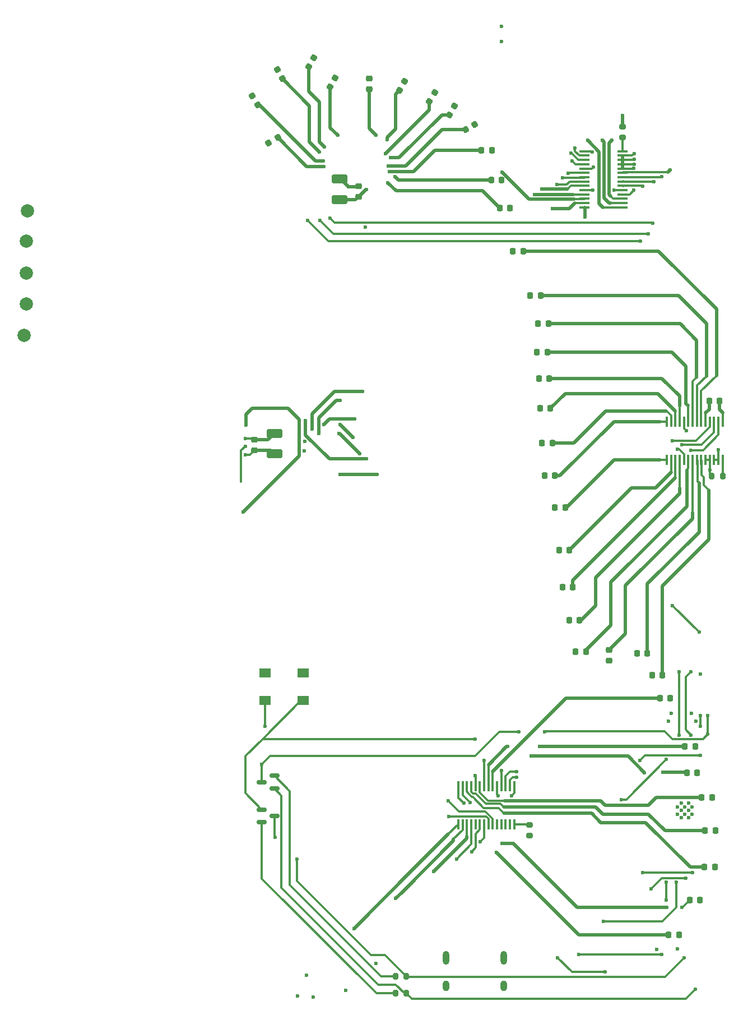
<source format=gbr>
%TF.GenerationSoftware,KiCad,Pcbnew,9.0.0*%
%TF.CreationDate,2025-04-18T09:14:46-04:00*%
%TF.ProjectId,where_is_my_ion,77686572-655f-4697-935f-6d795f696f6e,rev?*%
%TF.SameCoordinates,Original*%
%TF.FileFunction,Copper,L4,Bot*%
%TF.FilePolarity,Positive*%
%FSLAX46Y46*%
G04 Gerber Fmt 4.6, Leading zero omitted, Abs format (unit mm)*
G04 Created by KiCad (PCBNEW 9.0.0) date 2025-04-18 09:14:46*
%MOMM*%
%LPD*%
G01*
G04 APERTURE LIST*
G04 Aperture macros list*
%AMRoundRect*
0 Rectangle with rounded corners*
0 $1 Rounding radius*
0 $2 $3 $4 $5 $6 $7 $8 $9 X,Y pos of 4 corners*
0 Add a 4 corners polygon primitive as box body*
4,1,4,$2,$3,$4,$5,$6,$7,$8,$9,$2,$3,0*
0 Add four circle primitives for the rounded corners*
1,1,$1+$1,$2,$3*
1,1,$1+$1,$4,$5*
1,1,$1+$1,$6,$7*
1,1,$1+$1,$8,$9*
0 Add four rect primitives between the rounded corners*
20,1,$1+$1,$2,$3,$4,$5,0*
20,1,$1+$1,$4,$5,$6,$7,0*
20,1,$1+$1,$6,$7,$8,$9,0*
20,1,$1+$1,$8,$9,$2,$3,0*%
G04 Aperture macros list end*
%TA.AperFunction,HeatsinkPad*%
%ADD10O,1.000000X2.100000*%
%TD*%
%TA.AperFunction,HeatsinkPad*%
%ADD11O,1.000000X1.600000*%
%TD*%
%TA.AperFunction,HeatsinkPad*%
%ADD12C,0.600000*%
%TD*%
%TA.AperFunction,SMDPad,CuDef*%
%ADD13RoundRect,0.218750X-0.218750X-0.256250X0.218750X-0.256250X0.218750X0.256250X-0.218750X0.256250X0*%
%TD*%
%TA.AperFunction,SMDPad,CuDef*%
%ADD14RoundRect,0.218750X0.218750X0.256250X-0.218750X0.256250X-0.218750X-0.256250X0.218750X-0.256250X0*%
%TD*%
%TA.AperFunction,SMDPad,CuDef*%
%ADD15R,1.800000X1.350000*%
%TD*%
%TA.AperFunction,SMDPad,CuDef*%
%ADD16RoundRect,0.051250X0.153750X-0.733750X0.153750X0.733750X-0.153750X0.733750X-0.153750X-0.733750X0*%
%TD*%
%TA.AperFunction,SMDPad,CuDef*%
%ADD17RoundRect,0.218750X0.331294X-0.061318X0.112544X0.317568X-0.331294X0.061318X-0.112544X-0.317568X0*%
%TD*%
%TA.AperFunction,SMDPad,CuDef*%
%ADD18C,2.000000*%
%TD*%
%TA.AperFunction,SMDPad,CuDef*%
%ADD19RoundRect,0.150000X0.587500X0.150000X-0.587500X0.150000X-0.587500X-0.150000X0.587500X-0.150000X0*%
%TD*%
%TA.AperFunction,SMDPad,CuDef*%
%ADD20RoundRect,0.218750X0.256250X-0.218750X0.256250X0.218750X-0.256250X0.218750X-0.256250X-0.218750X0*%
%TD*%
%TA.AperFunction,SMDPad,CuDef*%
%ADD21RoundRect,0.218750X0.061318X0.331294X-0.317568X0.112544X-0.061318X-0.331294X0.317568X-0.112544X0*%
%TD*%
%TA.AperFunction,SMDPad,CuDef*%
%ADD22RoundRect,0.200000X0.275000X-0.200000X0.275000X0.200000X-0.275000X0.200000X-0.275000X-0.200000X0*%
%TD*%
%TA.AperFunction,SMDPad,CuDef*%
%ADD23RoundRect,0.218750X0.112544X-0.317568X0.331294X0.061318X-0.112544X0.317568X-0.331294X-0.061318X0*%
%TD*%
%TA.AperFunction,SMDPad,CuDef*%
%ADD24RoundRect,0.200000X0.200000X0.275000X-0.200000X0.275000X-0.200000X-0.275000X0.200000X-0.275000X0*%
%TD*%
%TA.AperFunction,SMDPad,CuDef*%
%ADD25RoundRect,0.250000X0.925000X-0.412500X0.925000X0.412500X-0.925000X0.412500X-0.925000X-0.412500X0*%
%TD*%
%TA.AperFunction,SMDPad,CuDef*%
%ADD26RoundRect,0.225000X0.250000X-0.225000X0.250000X0.225000X-0.250000X0.225000X-0.250000X-0.225000X0*%
%TD*%
%TA.AperFunction,SMDPad,CuDef*%
%ADD27RoundRect,0.218750X-0.061318X-0.331294X0.317568X-0.112544X0.061318X0.331294X-0.317568X0.112544X0*%
%TD*%
%TA.AperFunction,SMDPad,CuDef*%
%ADD28RoundRect,0.150000X-0.587500X-0.150000X0.587500X-0.150000X0.587500X0.150000X-0.587500X0.150000X0*%
%TD*%
%TA.AperFunction,SMDPad,CuDef*%
%ADD29RoundRect,0.051250X0.733750X0.153750X-0.733750X0.153750X-0.733750X-0.153750X0.733750X-0.153750X0*%
%TD*%
%TA.AperFunction,SMDPad,CuDef*%
%ADD30RoundRect,0.225000X0.225000X0.250000X-0.225000X0.250000X-0.225000X-0.250000X0.225000X-0.250000X0*%
%TD*%
%TA.AperFunction,SMDPad,CuDef*%
%ADD31RoundRect,0.200000X-0.275000X0.200000X-0.275000X-0.200000X0.275000X-0.200000X0.275000X0.200000X0*%
%TD*%
%TA.AperFunction,SMDPad,CuDef*%
%ADD32RoundRect,0.218750X-0.256250X0.218750X-0.256250X-0.218750X0.256250X-0.218750X0.256250X0.218750X0*%
%TD*%
%TA.AperFunction,ViaPad*%
%ADD33C,0.600000*%
%TD*%
%TA.AperFunction,Conductor*%
%ADD34C,0.300000*%
%TD*%
%TA.AperFunction,Conductor*%
%ADD35C,0.500000*%
%TD*%
G04 APERTURE END LIST*
D10*
%TO.P,J1,S1,SHIELD*%
%TO.N,GND*%
X133660000Y-157970000D03*
D11*
X133660000Y-162150000D03*
D10*
X142300000Y-157970000D03*
D11*
X142300000Y-162150000D03*
%TD*%
D12*
%TO.P,U6,19,GND*%
%TO.N,GND*%
X170250000Y-134585000D03*
X169150000Y-134585000D03*
X170800000Y-135135000D03*
X169700000Y-135135000D03*
X168600000Y-135135000D03*
X170250000Y-135685000D03*
X169150000Y-135685000D03*
X170800000Y-136235000D03*
X169700000Y-136235000D03*
X168600000Y-136235000D03*
X170250000Y-136785000D03*
X169150000Y-136785000D03*
%TD*%
D13*
%TO.P,D26,1,K*%
%TO.N,/INTER_block_mill_2*%
X169712500Y-126000000D03*
%TO.P,D26,2,A*%
%TO.N,+3V3*%
X171287500Y-126000000D03*
%TD*%
%TO.P,D30,1,K*%
%TO.N,/INTER_fairway_block_2*%
X172675000Y-144250000D03*
%TO.P,D30,2,A*%
%TO.N,+3V3*%
X174250000Y-144250000D03*
%TD*%
D14*
%TO.P,D45,1,K*%
%TO.N,/STN_REV_BORDEN*%
X154787500Y-111750000D03*
%TO.P,D45,2,A*%
%TO.N,+3V3*%
X153212500Y-111750000D03*
%TD*%
D15*
%TO.P,SW1,1,A*%
%TO.N,GND*%
X112000000Y-114925000D03*
%TO.P,SW1,2,B*%
%TO.N,/IO9*%
X112000000Y-119075000D03*
%TD*%
D16*
%TO.P,U5,1,REXT*%
%TO.N,Net-(U5-REXT)*%
X175425000Y-82715000D03*
%TO.P,U5,2,A0*%
%TO.N,+3V3*%
X174775000Y-82715000D03*
%TO.P,U5,3,A1*%
X174125000Y-82715000D03*
%TO.P,U5,4,A2*%
%TO.N,GND*%
X173475000Y-82715000D03*
%TO.P,U5,5,A3*%
X172825000Y-82715000D03*
%TO.P,U5,6,~{OUT0}*%
%TO.N,/STN_REV_MILL*%
X172175000Y-82715000D03*
%TO.P,U5,7,~{OUT1}*%
%TO.N,/INTER_mill_borden_2*%
X171525000Y-82715000D03*
%TO.P,U5,8,~{OUT2}*%
%TO.N,/INTER_mill_borden_1*%
X170875000Y-82715000D03*
%TO.P,U5,9,~{OUT3}*%
%TO.N,/STN_REV_BORDEN*%
X170225000Y-82715000D03*
%TO.P,U5,10,GND_1*%
%TO.N,GND*%
X169575000Y-82715000D03*
%TO.P,U5,11,~{OUT4}*%
%TO.N,/INTER_borden_kmrkt_1*%
X168925000Y-82715000D03*
%TO.P,U5,12,~{OUT5}*%
%TO.N,/STN_REV_KTCHNR_MRKT*%
X168275000Y-82715000D03*
%TO.P,U5,13,~{OUT6}*%
%TO.N,/STN_REV_FREDERICK*%
X167625000Y-82715000D03*
%TO.P,U5,14,~{OUT7}*%
%TO.N,/STN_REV_CITY_HALL*%
X166975000Y-82715000D03*
%TO.P,U5,15,~{OUT8}*%
%TO.N,/STN_REV_CENTRAL*%
X166975000Y-76975000D03*
%TO.P,U5,16,~{OUT9}*%
%TO.N,/INTER_central_grh_1*%
X167625000Y-76975000D03*
%TO.P,U5,17,~{OUT10}*%
%TO.N,/INTER_central_grh_2*%
X168275000Y-76975000D03*
%TO.P,U5,18,~{OUT11}*%
%TO.N,/STN_REV_GRH*%
X168925000Y-76975000D03*
%TO.P,U5,19,GND_2*%
%TO.N,GND*%
X169575000Y-76975000D03*
%TO.P,U5,20,~{OUT12}*%
%TO.N,/INTER_grh_allen_1*%
X170225000Y-76975000D03*
%TO.P,U5,21,~{OUT13}*%
%TO.N,/STN_REV_ALLEN*%
X170875000Y-76975000D03*
%TO.P,U5,22,~{OUT14}*%
%TO.N,/STN_REV_WLOO_SQ*%
X171525000Y-76975000D03*
%TO.P,U5,23,~{OUT15}*%
%TO.N,/INTER_wloosq_lwp*%
X172175000Y-76975000D03*
%TO.P,U5,24,GND_3*%
%TO.N,GND*%
X172825000Y-76975000D03*
%TO.P,U5,25,~{RESET}*%
%TO.N,/IO4_~{RESET}*%
X173475000Y-76975000D03*
%TO.P,U5,26,SCL*%
%TO.N,/IO6_SCL*%
X174125000Y-76975000D03*
%TO.P,U5,27,SDA*%
%TO.N,/IO5_SDA*%
X174775000Y-76975000D03*
%TO.P,U5,28,VCC*%
%TO.N,+3V3*%
X175425000Y-76975000D03*
%TD*%
D17*
%TO.P,D78,1,K*%
%TO.N,/INTER_nrthf_cnstga_1*%
X108893750Y-25219495D03*
%TO.P,D78,2,A*%
%TO.N,+3V3*%
X108106250Y-23855505D03*
%TD*%
D14*
%TO.P,D63,1,K*%
%TO.N,/STN_REV_CENTRAL*%
X150087500Y-85150000D03*
%TO.P,D63,2,A*%
%TO.N,+3V3*%
X148512500Y-85150000D03*
%TD*%
D18*
%TO.P,TP2,1,1*%
%TO.N,+3V3*%
X70200000Y-59200000D03*
%TD*%
D14*
%TO.P,D61,1,K*%
%TO.N,/INTER_central_grh_2*%
X149387500Y-75000000D03*
%TO.P,D61,2,A*%
%TO.N,+3V3*%
X147812500Y-75000000D03*
%TD*%
%TO.P,D41,1,K*%
%TO.N,/STN_REV_CITY_HALL*%
X151637500Y-89950000D03*
%TO.P,D41,2,A*%
%TO.N,+3V3*%
X150062500Y-89950000D03*
%TD*%
D19*
%TO.P,Q1,1,B*%
%TO.N,Net-(Q1-B)*%
X107675000Y-130450000D03*
%TO.P,Q1,2,E*%
%TO.N,/~{RTS}*%
X107675000Y-132350000D03*
%TO.P,Q1,3,C*%
%TO.N,/CHIP_PU*%
X105800000Y-131400000D03*
%TD*%
D20*
%TO.P,D64,1,K*%
%TO.N,/INTER_rnt_nrthf_2*%
X122000000Y-26787500D03*
%TO.P,D64,2,A*%
%TO.N,+3V3*%
X122000000Y-25212500D03*
%TD*%
D21*
%TO.P,D76,1,K*%
%TO.N,/STN_REV_CONESTOGA*%
X108181995Y-34106250D03*
%TO.P,D76,2,A*%
%TO.N,+3V3*%
X106818005Y-34893750D03*
%TD*%
D22*
%TO.P,R7,1*%
%TO.N,Net-(U2-REXT)*%
X160250000Y-34075000D03*
%TO.P,R7,2*%
%TO.N,GND*%
X160250000Y-32425000D03*
%TD*%
D13*
%TO.P,D28,1,K*%
%TO.N,/STN_REV_BLOCK_LINE*%
X172250000Y-133750000D03*
%TO.P,D28,2,A*%
%TO.N,+3V3*%
X173825000Y-133750000D03*
%TD*%
%TO.P,D25,1,K*%
%TO.N,/INTER_block_mill_3*%
X165925000Y-118750000D03*
%TO.P,D25,2,A*%
%TO.N,+3V3*%
X167500000Y-118750000D03*
%TD*%
D18*
%TO.P,TP1,1,1*%
%TO.N,GND*%
X69900000Y-64000000D03*
%TD*%
D14*
%TO.P,D42,1,K*%
%TO.N,/STN_REV_FREDERICK*%
X152287500Y-96400000D03*
%TO.P,D42,2,A*%
%TO.N,+3V3*%
X150712500Y-96400000D03*
%TD*%
D23*
%TO.P,D80,1,K*%
%TO.N,/INTER_rnt_nrthf_3*%
X116106250Y-26431995D03*
%TO.P,D80,2,A*%
%TO.N,+3V3*%
X116893750Y-25068005D03*
%TD*%
D24*
%TO.P,R12,1*%
%TO.N,Net-(U5-REXT)*%
X175425000Y-85250000D03*
%TO.P,R12,2*%
%TO.N,GND*%
X173775000Y-85250000D03*
%TD*%
D25*
%TO.P,C8,1*%
%TO.N,+3V3*%
X107700000Y-81837500D03*
%TO.P,C8,2*%
%TO.N,GND*%
X107700000Y-78762500D03*
%TD*%
%TO.P,C15,1*%
%TO.N,+3V3*%
X117505000Y-43437500D03*
%TO.P,C15,2*%
%TO.N,GND*%
X117505000Y-40362500D03*
%TD*%
D14*
%TO.P,D57,1,K*%
%TO.N,/STN_REV_WLOO_SQ*%
X147937500Y-57950000D03*
%TO.P,D57,2,A*%
%TO.N,+3V3*%
X146362500Y-57950000D03*
%TD*%
D26*
%TO.P,C7,1*%
%TO.N,+3V3*%
X104700000Y-81300000D03*
%TO.P,C7,2*%
%TO.N,GND*%
X104700000Y-79750000D03*
%TD*%
D14*
%TO.P,D56,1,K*%
%TO.N,/INTER_wloosq_lwp*%
X145287500Y-51250000D03*
%TO.P,D56,2,A*%
%TO.N,+3V3*%
X143712500Y-51250000D03*
%TD*%
D27*
%TO.P,D68,1,K*%
%TO.N,/INTER_uw_rnt_1*%
X136568005Y-32893750D03*
%TO.P,D68,2,A*%
%TO.N,+3V3*%
X137931995Y-32106250D03*
%TD*%
D28*
%TO.P,Q2,1,B*%
%TO.N,Net-(Q2-B)*%
X105800000Y-137450000D03*
%TO.P,Q2,2,E*%
%TO.N,/IO9*%
X105800000Y-135550000D03*
%TO.P,Q2,3,C*%
%TO.N,/~{DTR}*%
X107675000Y-136500000D03*
%TD*%
D26*
%TO.P,C14,1*%
%TO.N,+3V3*%
X120375000Y-43025000D03*
%TO.P,C14,2*%
%TO.N,GND*%
X120375000Y-41475000D03*
%TD*%
D29*
%TO.P,U2,1,REXT*%
%TO.N,Net-(U2-REXT)*%
X160315000Y-36175000D03*
%TO.P,U2,2,A0*%
%TO.N,GND*%
X160315000Y-36825000D03*
%TO.P,U2,3,A1*%
X160315000Y-37475000D03*
%TO.P,U2,4,A2*%
X160315000Y-38125000D03*
%TO.P,U2,5,A3*%
X160315000Y-38775000D03*
%TO.P,U2,6,~{OUT0}*%
%TO.N,/STN_CONESTOGA*%
X160315000Y-39425000D03*
%TO.P,U2,7,~{OUT1}*%
%TO.N,/INTER_cstg_nrthf_1*%
X160315000Y-40075000D03*
%TO.P,U2,8,~{OUT2}*%
%TO.N,/INTER_cstg_nrthf_2*%
X160315000Y-40725000D03*
%TO.P,U2,9,~{OUT3}*%
%TO.N,/STN_NORTHFIELD*%
X160315000Y-41375000D03*
%TO.P,U2,10,GND_1*%
%TO.N,GND*%
X160315000Y-42025000D03*
%TO.P,U2,11,~{OUT4}*%
%TO.N,/INTER_nrthf_rnt_1*%
X160315000Y-42675000D03*
%TO.P,U2,12,~{OUT5}*%
%TO.N,/INTER_nrthf_rnt_2*%
X160315000Y-43325000D03*
%TO.P,U2,13,~{OUT6}*%
%TO.N,/INTER_nrthf_rnt_3*%
X160315000Y-43975000D03*
%TO.P,U2,14,~{OUT7}*%
%TO.N,/STN_RSCH_TECH*%
X160315000Y-44625000D03*
%TO.P,U2,15,~{OUT8}*%
%TO.N,/INTER_rnt_uw_1*%
X154575000Y-44625000D03*
%TO.P,U2,16,~{OUT9}*%
%TO.N,/INTER_rnt_uw_2*%
X154575000Y-43975000D03*
%TO.P,U2,17,~{OUT10}*%
%TO.N,/STN_UWATERLOO*%
X154575000Y-43325000D03*
%TO.P,U2,18,~{OUT11}*%
%TO.N,/INTER_uw_lwp_1*%
X154575000Y-42675000D03*
%TO.P,U2,19,GND_2*%
%TO.N,GND*%
X154575000Y-42025000D03*
%TO.P,U2,20,~{OUT12}*%
%TO.N,/STN_LAURIER_UW_PARK*%
X154575000Y-41375000D03*
%TO.P,U2,21,~{OUT13}*%
%TO.N,/INTER_lwp_willis*%
X154575000Y-40725000D03*
%TO.P,U2,22,~{OUT14}*%
%TO.N,/STN_WILLIS_WAY*%
X154575000Y-40075000D03*
%TO.P,U2,23,~{OUT15}*%
%TO.N,/STN_ALLEN*%
X154575000Y-39425000D03*
%TO.P,U2,24,GND_3*%
%TO.N,GND*%
X154575000Y-38775000D03*
%TO.P,U2,25,~{RESET}*%
%TO.N,/IO4_~{RESET}*%
X154575000Y-38125000D03*
%TO.P,U2,26,SCL*%
%TO.N,/IO6_SCL*%
X154575000Y-37475000D03*
%TO.P,U2,27,SDA*%
%TO.N,/IO5_SDA*%
X154575000Y-36825000D03*
%TO.P,U2,28,VCC*%
%TO.N,+3V3*%
X154575000Y-36175000D03*
%TD*%
D13*
%TO.P,D29,1,K*%
%TO.N,/INTER_fairway_block_3*%
X172750000Y-138750000D03*
%TO.P,D29,2,A*%
%TO.N,+3V3*%
X174325000Y-138750000D03*
%TD*%
%TO.P,D70,1,K*%
%TO.N,/INTER_lwp_uw*%
X140462500Y-40500000D03*
%TO.P,D70,2,A*%
%TO.N,+3V3*%
X142037500Y-40500000D03*
%TD*%
D14*
%TO.P,D43,1,K*%
%TO.N,/STN_REV_KTCHNR_MRKT*%
X152787500Y-102000000D03*
%TO.P,D43,2,A*%
%TO.N,+3V3*%
X151212500Y-102000000D03*
%TD*%
D30*
%TO.P,C9,1*%
%TO.N,+3V3*%
X174925000Y-73850000D03*
%TO.P,C9,2*%
%TO.N,GND*%
X173375000Y-73850000D03*
%TD*%
D18*
%TO.P,TP4,1,1*%
%TO.N,/IO6_SCL*%
X70200000Y-49700000D03*
%TD*%
D13*
%TO.P,D32,1,K*%
%TO.N,/STN_REV_FAIRWAY*%
X167250000Y-154500000D03*
%TO.P,D32,2,A*%
%TO.N,+3V3*%
X168825000Y-154500000D03*
%TD*%
%TO.P,D27,1,K*%
%TO.N,/INTER_block_mill_1*%
X170000000Y-130000000D03*
%TO.P,D27,2,A*%
%TO.N,+3V3*%
X171575000Y-130000000D03*
%TD*%
D14*
%TO.P,D58,1,K*%
%TO.N,/STN_REV_ALLEN*%
X149087500Y-62200000D03*
%TO.P,D58,2,A*%
%TO.N,+3V3*%
X147512500Y-62200000D03*
%TD*%
D17*
%TO.P,D77,1,K*%
%TO.N,/INTER_nrthf_cnstga_2*%
X105143750Y-29181995D03*
%TO.P,D77,2,A*%
%TO.N,+3V3*%
X104356250Y-27818005D03*
%TD*%
D14*
%TO.P,D44,1,K*%
%TO.N,/INTER_borden_kmrkt_1*%
X153787500Y-107000000D03*
%TO.P,D44,2,A*%
%TO.N,+3V3*%
X152212500Y-107000000D03*
%TD*%
D18*
%TO.P,TP3,1,1*%
%TO.N,/IO5_SDA*%
X70200000Y-54600000D03*
%TD*%
D14*
%TO.P,D46,1,K*%
%TO.N,/INTER_mill_borden_2*%
X164037500Y-112000000D03*
%TO.P,D46,2,A*%
%TO.N,+3V3*%
X162462500Y-112000000D03*
%TD*%
D24*
%TO.P,R11,1*%
%TO.N,/~{RTS}*%
X127625000Y-163300000D03*
%TO.P,R11,2*%
%TO.N,Net-(Q2-B)*%
X125975000Y-163300000D03*
%TD*%
D13*
%TO.P,D71,1,K*%
%TO.N,/STN_REV_LAURIER_UW_PARK*%
X141712500Y-44750000D03*
%TO.P,D71,2,A*%
%TO.N,+3V3*%
X143287500Y-44750000D03*
%TD*%
D31*
%TO.P,R8,1*%
%TO.N,Net-(U3-REXT)*%
X146250000Y-137850000D03*
%TO.P,R8,2*%
%TO.N,GND*%
X146250000Y-139500000D03*
%TD*%
D14*
%TO.P,D59,1,K*%
%TO.N,/INTER_grh_allen_1*%
X148937500Y-66500000D03*
%TO.P,D59,2,A*%
%TO.N,+3V3*%
X147362500Y-66500000D03*
%TD*%
%TO.P,D60,1,K*%
%TO.N,/STN_REV_GRH*%
X149237500Y-70450000D03*
%TO.P,D60,2,A*%
%TO.N,+3V3*%
X147662500Y-70450000D03*
%TD*%
D23*
%TO.P,D79,1,K*%
%TO.N,/STN_REV_NORTHFIELD*%
X112856250Y-23394495D03*
%TO.P,D79,2,A*%
%TO.N,+3V3*%
X113643750Y-22030505D03*
%TD*%
D14*
%TO.P,D62,1,K*%
%TO.N,/INTER_central_grh_1*%
X149687500Y-80200000D03*
%TO.P,D62,2,A*%
%TO.N,+3V3*%
X148112500Y-80200000D03*
%TD*%
D18*
%TO.P,TP5,1,1*%
%TO.N,/IO4_~{RESET}*%
X70400000Y-45200000D03*
%TD*%
D13*
%TO.P,D31,1,K*%
%TO.N,/INTER_fairway_block_1*%
X170425000Y-149250000D03*
%TO.P,D31,2,A*%
%TO.N,+3V3*%
X172000000Y-149250000D03*
%TD*%
D16*
%TO.P,U3,1,REXT*%
%TO.N,Net-(U3-REXT)*%
X143925000Y-137770000D03*
%TO.P,U3,2,A0*%
%TO.N,GND*%
X143275000Y-137770000D03*
%TO.P,U3,3,A1*%
%TO.N,+3V3*%
X142625000Y-137770000D03*
%TO.P,U3,4,A2*%
%TO.N,GND*%
X141975000Y-137770000D03*
%TO.P,U3,5,A3*%
X141325000Y-137770000D03*
%TO.P,U3,6,~{OUT0}*%
%TO.N,/INTER_mill_block_1*%
X140675000Y-137770000D03*
%TO.P,U3,7,~{OUT1}*%
%TO.N,/INTER_mill_block_2*%
X140025000Y-137770000D03*
%TO.P,U3,8,~{OUT2}*%
%TO.N,/INTER_mill_block_3*%
X139375000Y-137770000D03*
%TO.P,U3,9,~{OUT3}*%
%TO.N,/STN_BLOCK_LINE*%
X138725000Y-137770000D03*
%TO.P,U3,10,GND_1*%
%TO.N,GND*%
X138075000Y-137770000D03*
%TO.P,U3,11,~{OUT4}*%
%TO.N,/INTER_block_fairway_1*%
X137425000Y-137770000D03*
%TO.P,U3,12,~{OUT5}*%
%TO.N,/INTER_block_fairway_2*%
X136775000Y-137770000D03*
%TO.P,U3,13,~{OUT6}*%
%TO.N,/INTER_block_fairway_3*%
X136125000Y-137770000D03*
%TO.P,U3,14,~{OUT7}*%
%TO.N,/STN_FAIRWAY*%
X135475000Y-137770000D03*
%TO.P,U3,15,~{OUT8}*%
%TO.N,/STN_REV_FAIRWAY*%
X135475000Y-132030000D03*
%TO.P,U3,16,~{OUT9}*%
%TO.N,/INTER_fairway_block_1*%
X136125000Y-132030000D03*
%TO.P,U3,17,~{OUT10}*%
%TO.N,/INTER_fairway_block_2*%
X136775000Y-132030000D03*
%TO.P,U3,18,~{OUT11}*%
%TO.N,/INTER_fairway_block_3*%
X137425000Y-132030000D03*
%TO.P,U3,19,GND_2*%
%TO.N,GND*%
X138075000Y-132030000D03*
%TO.P,U3,20,~{OUT12}*%
%TO.N,/STN_REV_BLOCK_LINE*%
X138725000Y-132030000D03*
%TO.P,U3,21,~{OUT13}*%
%TO.N,/INTER_block_mill_1*%
X139375000Y-132030000D03*
%TO.P,U3,22,~{OUT14}*%
%TO.N,/INTER_block_mill_2*%
X140025000Y-132030000D03*
%TO.P,U3,23,~{OUT15}*%
%TO.N,/INTER_block_mill_3*%
X140675000Y-132030000D03*
%TO.P,U3,24,GND_3*%
%TO.N,GND*%
X141325000Y-132030000D03*
%TO.P,U3,25,~{RESET}*%
%TO.N,/IO4_~{RESET}*%
X141975000Y-132030000D03*
%TO.P,U3,26,SCL*%
%TO.N,/IO6_SCL*%
X142625000Y-132030000D03*
%TO.P,U3,27,SDA*%
%TO.N,/IO5_SDA*%
X143275000Y-132030000D03*
%TO.P,U3,28,VCC*%
%TO.N,+3V3*%
X143925000Y-132030000D03*
%TD*%
D15*
%TO.P,SW4,1,A*%
%TO.N,GND*%
X106250000Y-114925000D03*
%TO.P,SW4,2,B*%
%TO.N,/CHIP_PU*%
X106250000Y-119075000D03*
%TD*%
D24*
%TO.P,R9,1*%
%TO.N,/~{DTR}*%
X127625000Y-160700000D03*
%TO.P,R9,2*%
%TO.N,Net-(Q1-B)*%
X125975000Y-160700000D03*
%TD*%
D23*
%TO.P,D66,1,K*%
%TO.N,/STN_REV_RSRCH_TECH*%
X131106250Y-28681995D03*
%TO.P,D66,2,A*%
%TO.N,+3V3*%
X131893750Y-27318005D03*
%TD*%
%TO.P,D67,1,K*%
%TO.N,/INTER_uw_rnt_2*%
X134106250Y-30681995D03*
%TO.P,D67,2,A*%
%TO.N,+3V3*%
X134893750Y-29318005D03*
%TD*%
D32*
%TO.P,D47,1,K*%
%TO.N,/INTER_mill_borden_1*%
X158250000Y-111462500D03*
%TO.P,D47,2,A*%
%TO.N,+3V3*%
X158250000Y-113037500D03*
%TD*%
D14*
%TO.P,D48,1,K*%
%TO.N,/STN_REV_MILL*%
X166325000Y-115250000D03*
%TO.P,D48,2,A*%
%TO.N,+3V3*%
X164750000Y-115250000D03*
%TD*%
D13*
%TO.P,D69,1,K*%
%TO.N,/STN_REV_UW*%
X138962500Y-36000000D03*
%TO.P,D69,2,A*%
%TO.N,+3V3*%
X140537500Y-36000000D03*
%TD*%
D23*
%TO.P,D65,1,K*%
%TO.N,/INTER_rnt_nrthf_1*%
X126606250Y-26931995D03*
%TO.P,D65,2,A*%
%TO.N,+3V3*%
X127393750Y-25568005D03*
%TD*%
D33*
%TO.N,+3V3*%
X142000000Y-19600000D03*
X112200000Y-81400000D03*
X174925000Y-74950000D03*
X113550000Y-163875000D03*
X111200000Y-163737500D03*
X171350000Y-122200000D03*
X103350000Y-82000000D03*
X155744669Y-36305331D03*
X174750000Y-81200000D03*
X165462500Y-156650000D03*
X118875000Y-43500000D03*
X121595331Y-41909669D03*
X170700000Y-121050000D03*
X143500000Y-133500000D03*
%TO.N,GND*%
X112300000Y-80000000D03*
X155800000Y-42000000D03*
X162000000Y-38699000D03*
X168550000Y-81150000D03*
X167250000Y-122200000D03*
X123050000Y-158800000D03*
X169950000Y-78350000D03*
X118500000Y-162850000D03*
X173500000Y-84250000D03*
X118875000Y-41500000D03*
X168600000Y-156600000D03*
X142000000Y-17300000D03*
X103350000Y-79500000D03*
X167650000Y-121000000D03*
X162050000Y-36500000D03*
X141500000Y-133500000D03*
X160300000Y-30800000D03*
X162050000Y-37400000D03*
X162050000Y-38100000D03*
X159000000Y-42000000D03*
X112500000Y-160600000D03*
X155850000Y-38600000D03*
X121450000Y-47600000D03*
X138050000Y-130450000D03*
X173375000Y-74950000D03*
%TO.N,Net-(U1-VBUS)*%
X150500000Y-157900000D03*
X157650000Y-160100000D03*
%TO.N,/IO9*%
X138000000Y-124900000D03*
%TO.N,/CHIP_PU*%
X173200000Y-124200000D03*
X105800000Y-128750000D03*
X148500000Y-123800000D03*
X106250000Y-123000000D03*
X173200000Y-121400000D03*
X144600000Y-123800000D03*
%TO.N,/STN_RSCH_TECH*%
X155000000Y-34500000D03*
%TO.N,/STN_ALLEN*%
X152050000Y-39500000D03*
%TO.N,/INTER_nrthf_rnt_3*%
X157250000Y-34500000D03*
%TO.N,/STN_MILL*%
X103000000Y-90600000D03*
X103400000Y-77500000D03*
%TO.N,/STN_WILLIS_WAY*%
X151200000Y-40200000D03*
%TO.N,/STN_QUEEN*%
X117600000Y-77400000D03*
X119600000Y-79400000D03*
%TO.N,/INTER_nrthf_rnt_2*%
X158700000Y-34500000D03*
%TO.N,/INTER_lwp_willis*%
X150350000Y-41200000D03*
%TO.N,/STN_VICTORIA*%
X117461947Y-78738053D03*
X120600000Y-81800000D03*
%TO.N,/INTER_nrthf_rnt_1*%
X162000000Y-42050000D03*
%TO.N,/STN_LAURIER_UW_PARK*%
X148100000Y-41900000D03*
%TO.N,/STN_CENTRAL*%
X123200000Y-85000000D03*
X117600000Y-85000000D03*
%TO.N,/STN_NORTHFIELD*%
X163300000Y-41450000D03*
%TO.N,/INTER_uw_lwp_1*%
X147000000Y-42700000D03*
%TO.N,/INTER_grh_cntrl_2*%
X112400000Y-76825000D03*
X121600000Y-82600000D03*
%TO.N,/INTER_cstg_nrthf_2*%
X165000000Y-40750000D03*
%TO.N,/STN_UWATERLOO*%
X142100000Y-39300000D03*
%TO.N,/INTER_grh_cntrl_1*%
X115200000Y-77400000D03*
X119800000Y-76600000D03*
%TO.N,/INTER_cstg_nrthf_1*%
X166250000Y-40000000D03*
%TO.N,/INTER_rnt_uw_2*%
X149700000Y-44800000D03*
%TO.N,/STN_GRH*%
X121000000Y-72400000D03*
X113400000Y-78125000D03*
%TO.N,/STN_CONESTOGA*%
X167500000Y-39000000D03*
%TO.N,/INTER_rnt_uw_1*%
X154600000Y-46100000D03*
%TO.N,/INTER_allen_grh_1*%
X117600000Y-73800000D03*
X114400000Y-78800000D03*
%TO.N,/STN_FAIRWAY*%
X119750000Y-153500000D03*
%TO.N,/INTER_rnt_nrthf_2*%
X123000000Y-33750000D03*
%TO.N,/INTER_block_fairway_3*%
X126000000Y-149000000D03*
%TO.N,/INTER_block_mill_2*%
X147750000Y-126000000D03*
X142900000Y-126000000D03*
%TO.N,/INTER_rnt_nrthf_1*%
X124700000Y-34450000D03*
%TO.N,/INTER_block_fairway_2*%
X131800000Y-144900000D03*
%TO.N,/INTER_block_mill_1*%
X166350000Y-129950000D03*
X146500000Y-127500000D03*
X163600000Y-130000000D03*
X139350000Y-128100000D03*
%TO.N,/STN_REV_RSRCH_TECH*%
X124450000Y-36550000D03*
%TO.N,/STN_REV_CONESTOGA*%
X115150000Y-38500000D03*
%TO.N,/INTER_block_fairway_1*%
X135200000Y-143000000D03*
%TO.N,/INTER_uw_rnt_2*%
X125250000Y-37150000D03*
%TO.N,/INTER_nrthf_cnstga_2*%
X115100000Y-37650000D03*
%TO.N,/STN_BLOCK_LINE*%
X137500000Y-141900000D03*
%TO.N,/INTER_uw_rnt_1*%
X124900000Y-38350000D03*
%TO.N,/INTER_nrthf_cnstga_1*%
X114500000Y-36250000D03*
%TO.N,/INTER_mill_block_3*%
X138800000Y-140400000D03*
%TO.N,/STN_REV_UW*%
X125100000Y-39250000D03*
%TO.N,/STN_REV_NORTHFIELD*%
X115250000Y-35500000D03*
%TO.N,/INTER_mill_block_2*%
X134066000Y-136634000D03*
%TO.N,/INTER_fairway_block_1*%
X142100000Y-140700000D03*
X166950000Y-150350000D03*
X169300000Y-150350000D03*
X137250000Y-134500000D03*
%TO.N,/INTER_lwp_uw*%
X125900000Y-40000000D03*
%TO.N,/INTER_rnt_nrthf_3*%
X117250000Y-33750000D03*
%TO.N,/INTER_mill_block_1*%
X134000000Y-134200000D03*
%TO.N,/STN_REV_FAIRWAY*%
X136300000Y-134600000D03*
X141200000Y-142000000D03*
%TO.N,/STN_REV_LAURIER_UW_PARK*%
X124800000Y-40900000D03*
%TO.N,/~{RTS}*%
X171300000Y-162700000D03*
X107675000Y-132350000D03*
%TO.N,/~{DTR}*%
X169600000Y-157900000D03*
X111100000Y-143000000D03*
X107800000Y-139700000D03*
%TO.N,/U0TXD*%
X166900000Y-146550000D03*
X166900000Y-149200000D03*
%TO.N,/IO5_SDA*%
X153100000Y-35700000D03*
X144300000Y-130700000D03*
X170650000Y-124300000D03*
X170600000Y-81300000D03*
X164900000Y-47000000D03*
X116100000Y-46300000D03*
X170600000Y-114750000D03*
%TO.N,/IO6_SCL*%
X103304130Y-80699000D03*
X114600000Y-46600000D03*
X152500000Y-36450000D03*
X164200000Y-48600000D03*
X144300000Y-129800000D03*
X168800000Y-124300000D03*
X169300000Y-80500000D03*
X168800000Y-114750000D03*
%TO.N,/IO4_~{RESET}*%
X172100000Y-121400000D03*
X171850000Y-108750000D03*
X172100000Y-122950000D03*
X167850000Y-79850000D03*
X172100000Y-115100000D03*
X152700000Y-37650000D03*
X142000000Y-129700000D03*
X172049000Y-127349000D03*
X112700000Y-46600000D03*
X167850000Y-104750000D03*
X162975000Y-49725000D03*
X162900000Y-128100000D03*
%TO.N,/USB_DN*%
X166250000Y-157450000D03*
X153650000Y-157450000D03*
%TO.N,/IO18*%
X168400000Y-146550000D03*
X157450000Y-152400000D03*
%TO.N,/IO19*%
X164650000Y-147500000D03*
X169900000Y-145900000D03*
%TO.N,/IO8*%
X160150000Y-134050000D03*
X166900000Y-128000000D03*
%TO.N,/IO1_SW*%
X163300000Y-145100000D03*
X170900000Y-145100000D03*
%TD*%
D34*
%TO.N,+3V3*%
X143925000Y-133075000D02*
X143500000Y-133500000D01*
D35*
X118875000Y-43500000D02*
X119900000Y-43500000D01*
X118812500Y-43437500D02*
X118875000Y-43500000D01*
D34*
X174775000Y-81225000D02*
X174750000Y-81200000D01*
D35*
X175425000Y-75675000D02*
X174925000Y-75175000D01*
X117505000Y-43437500D02*
X118812500Y-43437500D01*
X107162500Y-81300000D02*
X107700000Y-81837500D01*
X119900000Y-43500000D02*
X120375000Y-43025000D01*
D34*
X143925000Y-132030000D02*
X143925000Y-133075000D01*
D35*
X174925000Y-74950000D02*
X174925000Y-73850000D01*
D34*
X174775000Y-82715000D02*
X174125000Y-82715000D01*
D35*
X121490331Y-41909669D02*
X120375000Y-43025000D01*
D34*
X175425000Y-76975000D02*
X175425000Y-75675000D01*
X155614338Y-36175000D02*
X155744669Y-36305331D01*
X174775000Y-82715000D02*
X174775000Y-81225000D01*
D35*
X174925000Y-75175000D02*
X174925000Y-74950000D01*
D34*
X154575000Y-36175000D02*
X155614338Y-36175000D01*
X103350000Y-82000000D02*
X104000000Y-82000000D01*
X104000000Y-82000000D02*
X104700000Y-81300000D01*
D35*
X108137500Y-81400000D02*
X107700000Y-81837500D01*
X121595331Y-41909669D02*
X121490331Y-41909669D01*
X104700000Y-81300000D02*
X107162500Y-81300000D01*
%TO.N,GND*%
X160315000Y-37475000D02*
X160315000Y-36831000D01*
D34*
X173500000Y-84250000D02*
X173500000Y-82740000D01*
D35*
X118875000Y-41500000D02*
X120350000Y-41500000D01*
D34*
X172825000Y-76975000D02*
X172825000Y-75662500D01*
X103350000Y-79500000D02*
X104450000Y-79500000D01*
D35*
X104700000Y-79750000D02*
X106712500Y-79750000D01*
D34*
X141325000Y-132030000D02*
X141325000Y-133325000D01*
D35*
X117737500Y-40362500D02*
X118875000Y-41500000D01*
X120350000Y-41500000D02*
X120375000Y-41475000D01*
D34*
X159025000Y-42025000D02*
X159000000Y-42000000D01*
X169575000Y-81875000D02*
X168850000Y-81150000D01*
D35*
X172825000Y-75662500D02*
X173375000Y-75112500D01*
D34*
X168850000Y-81150000D02*
X168550000Y-81150000D01*
X169575000Y-76975000D02*
X169575000Y-77975000D01*
X169575000Y-82715000D02*
X169575000Y-81875000D01*
X155775000Y-42025000D02*
X155800000Y-42000000D01*
D35*
X173375000Y-74950000D02*
X173375000Y-73850000D01*
D34*
X162025000Y-38125000D02*
X162050000Y-38100000D01*
X173475000Y-82715000D02*
X172825000Y-82715000D01*
X154575000Y-42025000D02*
X155775000Y-42025000D01*
D35*
X160250000Y-30850000D02*
X160300000Y-30800000D01*
D34*
X154575000Y-38775000D02*
X155675000Y-38775000D01*
X160315000Y-38125000D02*
X162025000Y-38125000D01*
X138075000Y-132030000D02*
X138075000Y-130475000D01*
X173500000Y-82740000D02*
X173475000Y-82715000D01*
X161924000Y-38775000D02*
X162000000Y-38699000D01*
D35*
X106712500Y-79750000D02*
X107700000Y-78762500D01*
X160250000Y-32425000D02*
X160250000Y-30850000D01*
D34*
X161975000Y-37475000D02*
X162050000Y-37400000D01*
X154600000Y-42000000D02*
X154575000Y-42025000D01*
X160315000Y-42025000D02*
X159025000Y-42025000D01*
X169575000Y-77975000D02*
X169950000Y-78350000D01*
D35*
X173375000Y-75112500D02*
X173375000Y-74950000D01*
X160315000Y-38125000D02*
X160315000Y-38748000D01*
D34*
X160315000Y-36825000D02*
X161725000Y-36825000D01*
X173775000Y-85250000D02*
X173500000Y-84975000D01*
X104450000Y-79500000D02*
X104700000Y-79750000D01*
D35*
X160315000Y-37475000D02*
X160315000Y-38125000D01*
D34*
X173500000Y-84975000D02*
X173500000Y-84250000D01*
X138075000Y-130475000D02*
X138050000Y-130450000D01*
X160315000Y-37475000D02*
X161975000Y-37475000D01*
X141325000Y-133325000D02*
X141500000Y-133500000D01*
X155675000Y-38775000D02*
X155850000Y-38600000D01*
D35*
X117505000Y-40362500D02*
X117737500Y-40362500D01*
D34*
X160315000Y-38775000D02*
X161924000Y-38775000D01*
X161725000Y-36825000D02*
X162050000Y-36500000D01*
%TO.N,Net-(U1-VBUS)*%
X152700000Y-160100000D02*
X157650000Y-160100000D01*
X150500000Y-157900000D02*
X152700000Y-160100000D01*
%TO.N,/IO9*%
X105900000Y-124900000D02*
X111725000Y-119075000D01*
X106175000Y-124900000D02*
X105900000Y-124900000D01*
X103300000Y-133050000D02*
X103300000Y-127500000D01*
X112000000Y-124900000D02*
X105900000Y-124900000D01*
X105800000Y-135550000D02*
X103300000Y-133050000D01*
X111725000Y-119075000D02*
X112000000Y-119075000D01*
X103300000Y-127500000D02*
X105900000Y-124900000D01*
X138000000Y-124900000D02*
X112000000Y-124900000D01*
%TO.N,/CHIP_PU*%
X173200000Y-124200000D02*
X173200000Y-121400000D01*
X166599000Y-123750000D02*
X167800000Y-124951000D01*
X144600000Y-123800000D02*
X141700000Y-123800000D01*
X105800000Y-128700000D02*
X105800000Y-131400000D01*
X107051000Y-127449000D02*
X105800000Y-128700000D01*
X172449000Y-124951000D02*
X173200000Y-124200000D01*
X138051000Y-127449000D02*
X107051000Y-127449000D01*
X148500000Y-123800000D02*
X148550000Y-123750000D01*
X106250000Y-123000000D02*
X106250000Y-119075000D01*
X148550000Y-123750000D02*
X166599000Y-123750000D01*
X141700000Y-123800000D02*
X138051000Y-127449000D01*
X167800000Y-124951000D02*
X172449000Y-124951000D01*
%TO.N,/STN_RSCH_TECH*%
X160315000Y-44625000D02*
X157325000Y-44625000D01*
D35*
X156750000Y-44050000D02*
X156750000Y-36250000D01*
X156750000Y-36250000D02*
X155000000Y-34500000D01*
X157325000Y-44625000D02*
X156750000Y-44050000D01*
D34*
%TO.N,/STN_ALLEN*%
X152125000Y-39425000D02*
X152050000Y-39500000D01*
X154575000Y-39425000D02*
X152125000Y-39425000D01*
D35*
%TO.N,/INTER_nrthf_rnt_3*%
X157500000Y-43250000D02*
X157500000Y-34750000D01*
X157500000Y-34750000D02*
X157250000Y-34500000D01*
D34*
X160315000Y-43975000D02*
X158554346Y-43975000D01*
D35*
X158554346Y-43975000D02*
X158225000Y-43975000D01*
X158225000Y-43975000D02*
X157500000Y-43250000D01*
%TO.N,/STN_MILL*%
X103400000Y-75900000D02*
X104300000Y-75000000D01*
X111400000Y-82200000D02*
X103000000Y-90600000D01*
X104300000Y-75000000D02*
X109750000Y-75000000D01*
X109750000Y-75000000D02*
X111400000Y-76650000D01*
X103400000Y-77500000D02*
X103400000Y-75900000D01*
X111400000Y-76650000D02*
X111400000Y-82200000D01*
D34*
%TO.N,/STN_WILLIS_WAY*%
X151249000Y-40151000D02*
X151200000Y-40200000D01*
X154575000Y-40075000D02*
X154499000Y-40151000D01*
X154499000Y-40151000D02*
X151249000Y-40151000D01*
D35*
%TO.N,/STN_QUEEN*%
X119600000Y-79400000D02*
X117600000Y-77400000D01*
D34*
%TO.N,/INTER_nrthf_rnt_2*%
X160315000Y-43325000D02*
X158825000Y-43325000D01*
D35*
X158249000Y-42749000D02*
X158249000Y-34951000D01*
X158500000Y-43000000D02*
X158249000Y-42749000D01*
X158249000Y-34951000D02*
X158700000Y-34500000D01*
D34*
X158825000Y-43325000D02*
X158500000Y-43000000D01*
%TO.N,/INTER_lwp_willis*%
X154575000Y-40725000D02*
X152304346Y-40725000D01*
X151829346Y-41200000D02*
X150350000Y-41200000D01*
X152304346Y-40725000D02*
X151829346Y-41200000D01*
D35*
%TO.N,/STN_VICTORIA*%
X117538053Y-78738053D02*
X120600000Y-81800000D01*
D34*
%TO.N,/INTER_nrthf_rnt_1*%
X160315000Y-42675000D02*
X161375000Y-42675000D01*
X161375000Y-42675000D02*
X162000000Y-42050000D01*
D35*
%TO.N,/STN_LAURIER_UW_PARK*%
X152000000Y-41900000D02*
X148100000Y-41900000D01*
D34*
X154575000Y-41375000D02*
X152525000Y-41375000D01*
X152525000Y-41375000D02*
X152000000Y-41900000D01*
%TO.N,/STN_CENTRAL*%
X117600000Y-85000000D02*
X117800000Y-85000000D01*
D35*
X117800000Y-85000000D02*
X123200000Y-85000000D01*
D34*
%TO.N,/STN_NORTHFIELD*%
X160390000Y-41450000D02*
X160315000Y-41375000D01*
X163300000Y-41450000D02*
X163225000Y-41375000D01*
X163225000Y-41375000D02*
X160315000Y-41375000D01*
%TO.N,/INTER_uw_lwp_1*%
X147025000Y-42675000D02*
X147000000Y-42700000D01*
X154575000Y-42675000D02*
X152800000Y-42675000D01*
D35*
X152800000Y-42675000D02*
X147025000Y-42675000D01*
%TO.N,/INTER_grh_cntrl_2*%
X112400000Y-79000000D02*
X116000000Y-82600000D01*
X112400000Y-76825000D02*
X112400000Y-79000000D01*
X116000000Y-82600000D02*
X121600000Y-82600000D01*
D34*
%TO.N,/INTER_cstg_nrthf_2*%
X160390000Y-40650000D02*
X160315000Y-40725000D01*
X160315000Y-40725000D02*
X164975000Y-40725000D01*
X164975000Y-40725000D02*
X165000000Y-40750000D01*
%TO.N,/STN_UWATERLOO*%
X154575000Y-43325000D02*
X154549000Y-43351000D01*
D35*
X153000000Y-43351000D02*
X146175310Y-43351000D01*
D34*
X142124310Y-39300000D02*
X142100000Y-39300000D01*
D35*
X146175310Y-43351000D02*
X142124310Y-39300000D01*
D34*
X154549000Y-43351000D02*
X153000000Y-43351000D01*
D35*
%TO.N,/INTER_grh_cntrl_1*%
X119800000Y-76600000D02*
X116000000Y-76600000D01*
X116000000Y-76600000D02*
X115200000Y-77400000D01*
D34*
%TO.N,/INTER_cstg_nrthf_1*%
X166175000Y-40075000D02*
X166250000Y-40000000D01*
X160315000Y-40075000D02*
X166175000Y-40075000D01*
D35*
%TO.N,/INTER_rnt_uw_2*%
X152275000Y-44800000D02*
X149700000Y-44800000D01*
D34*
X154575000Y-43975000D02*
X153100000Y-43975000D01*
D35*
X153100000Y-43975000D02*
X152275000Y-44800000D01*
%TO.N,/STN_GRH*%
X113400000Y-78125000D02*
X113400000Y-75800000D01*
X113400000Y-75800000D02*
X116800000Y-72400000D01*
X116800000Y-72400000D02*
X121000000Y-72400000D01*
D34*
%TO.N,/STN_CONESTOGA*%
X160315000Y-39425000D02*
X160391000Y-39349000D01*
D35*
X167151000Y-39349000D02*
X167500000Y-39000000D01*
D34*
X167151000Y-39349000D02*
X160365000Y-39349000D01*
X160365000Y-39349000D02*
X160315000Y-39399000D01*
D35*
%TO.N,/INTER_rnt_uw_1*%
X154600000Y-46100000D02*
X154600000Y-44650000D01*
X154581000Y-44631000D02*
X154575000Y-44631000D01*
X154600000Y-44650000D02*
X154581000Y-44631000D01*
%TO.N,/INTER_allen_grh_1*%
X114400000Y-76400000D02*
X114400000Y-78800000D01*
X117000000Y-73800000D02*
X114400000Y-76400000D01*
X117600000Y-73800000D02*
X117000000Y-73800000D01*
%TO.N,/STN_FAIRWAY*%
X133997500Y-139247500D02*
X128750000Y-144495000D01*
D34*
X135475000Y-137770000D02*
X133997500Y-139247500D01*
D35*
X128750000Y-144500000D02*
X119750000Y-153500000D01*
D34*
X128750000Y-144495000D02*
X128750000Y-144500000D01*
%TO.N,/INTER_block_mill_3*%
X140675000Y-132030000D02*
X140675000Y-129825000D01*
D35*
X140675000Y-129825000D02*
X151750000Y-118750000D01*
X151750000Y-118750000D02*
X165925000Y-118750000D01*
%TO.N,/STN_REV_CITY_HALL*%
X159035000Y-82715000D02*
X151800000Y-89950000D01*
D34*
X166975000Y-82715000D02*
X166000000Y-82715000D01*
D35*
X166000000Y-82715000D02*
X159035000Y-82715000D01*
D34*
X151800000Y-89950000D02*
X151637500Y-89950000D01*
%TO.N,/INTER_wloosq_lwp*%
X172175000Y-76975000D02*
X172175000Y-72375000D01*
D35*
X165750000Y-51250000D02*
X145287500Y-51250000D01*
D34*
X172175000Y-72375000D02*
X174500000Y-70050000D01*
D35*
X174500000Y-60000000D02*
X165750000Y-51250000D01*
X174500000Y-70050000D02*
X174500000Y-60000000D01*
%TO.N,/INTER_rnt_nrthf_2*%
X122000000Y-32750000D02*
X122000000Y-26787500D01*
X123000000Y-33750000D02*
X122000000Y-32750000D01*
%TO.N,/INTER_block_fairway_3*%
X127000000Y-148000000D02*
X126000000Y-149000000D01*
X134750000Y-140000000D02*
X134750000Y-140250000D01*
D34*
X136125000Y-138625000D02*
X134750000Y-140000000D01*
X136125000Y-137770000D02*
X136125000Y-138625000D01*
D35*
X134750000Y-140250000D02*
X127000000Y-148000000D01*
%TO.N,/INTER_block_mill_2*%
X140025000Y-128775000D02*
X142800000Y-126000000D01*
X147750000Y-126000000D02*
X169712500Y-126000000D01*
D34*
X140025000Y-132030000D02*
X140025000Y-128775000D01*
D35*
%TO.N,/STN_REV_FREDERICK*%
X167625000Y-84625000D02*
X165250000Y-87000000D01*
X165250000Y-87000000D02*
X161687500Y-87000000D01*
D34*
X167625000Y-82715000D02*
X167625000Y-84625000D01*
D35*
X161687500Y-87000000D02*
X152287500Y-96400000D01*
D34*
%TO.N,/STN_REV_WLOO_SQ*%
X171525000Y-71525000D02*
X172950000Y-70100000D01*
D35*
X147937500Y-57950000D02*
X168750000Y-57950000D01*
X172950000Y-62150000D02*
X172950000Y-70100000D01*
X168750000Y-57950000D02*
X172950000Y-62150000D01*
D34*
X171525000Y-76975000D02*
X171525000Y-71525000D01*
D35*
%TO.N,/INTER_rnt_nrthf_1*%
X124700000Y-34100000D02*
X126000000Y-32800000D01*
X126000000Y-32800000D02*
X126000000Y-27538245D01*
X126000000Y-27538245D02*
X126606250Y-26931995D01*
X124700000Y-34450000D02*
X124700000Y-34100000D01*
D34*
%TO.N,/INTER_block_fairway_2*%
X136775000Y-137770000D02*
X136775000Y-139600000D01*
D35*
X136775000Y-139600000D02*
X136775000Y-139925000D01*
D34*
X136775000Y-139600000D02*
X136775000Y-139750000D01*
D35*
X136775000Y-139925000D02*
X131800000Y-144900000D01*
%TO.N,/INTER_block_mill_1*%
X169950000Y-129950000D02*
X170000000Y-130000000D01*
X146550000Y-127500000D02*
X161100000Y-127500000D01*
X166350000Y-129950000D02*
X169950000Y-129950000D01*
D34*
X139375000Y-132030000D02*
X139375000Y-128125000D01*
D35*
X161100000Y-127500000D02*
X163600000Y-130000000D01*
D34*
X139375000Y-128125000D02*
X139350000Y-128100000D01*
D35*
%TO.N,/STN_REV_KTCHNR_MRKT*%
X168275000Y-85475000D02*
X152787500Y-100962500D01*
D34*
X168275000Y-82715000D02*
X168275000Y-85475000D01*
D35*
X152787500Y-100962500D02*
X152787500Y-102000000D01*
%TO.N,/STN_REV_ALLEN*%
X169000000Y-62200000D02*
X149087500Y-62200000D01*
X171500000Y-64700000D02*
X169000000Y-62200000D01*
X171500000Y-70300000D02*
X171500000Y-64700000D01*
D34*
X170875000Y-76975000D02*
X170875000Y-70925000D01*
X170875000Y-70925000D02*
X171500000Y-70300000D01*
D35*
%TO.N,/STN_REV_RSRCH_TECH*%
X124450000Y-36550000D02*
X131106250Y-29893750D01*
X131106250Y-29893750D02*
X131106250Y-28681995D01*
%TO.N,/STN_REV_CONESTOGA*%
X112575745Y-38500000D02*
X108181995Y-34106250D01*
X115150000Y-38500000D02*
X112575745Y-38500000D01*
D34*
%TO.N,/INTER_block_fairway_1*%
X137425000Y-140775000D02*
X137425000Y-137770000D01*
X135200000Y-143000000D02*
X137425000Y-140775000D01*
D35*
%TO.N,/STN_REV_BLOCK_LINE*%
X142450000Y-134200000D02*
X156950000Y-134200000D01*
X164150000Y-134950000D02*
X165350000Y-133750000D01*
X157700000Y-134950000D02*
X164150000Y-134950000D01*
D34*
X139950000Y-134200000D02*
X142450000Y-134200000D01*
X138725000Y-132975000D02*
X139950000Y-134200000D01*
D35*
X165350000Y-133750000D02*
X172250000Y-133750000D01*
X156950000Y-134200000D02*
X157700000Y-134950000D01*
D34*
X138725000Y-132030000D02*
X138725000Y-132975000D01*
D35*
%TO.N,/INTER_mill_borden_2*%
X171850000Y-93650000D02*
X171850000Y-86250000D01*
D34*
X171619000Y-86019000D02*
X171619000Y-82809000D01*
D35*
X164037500Y-112000000D02*
X164037500Y-101462500D01*
D34*
X171619000Y-82809000D02*
X171525000Y-82715000D01*
D35*
X164037500Y-101462500D02*
X171850000Y-93650000D01*
D34*
X171850000Y-86250000D02*
X171619000Y-86019000D01*
D35*
%TO.N,/INTER_grh_allen_1*%
X169900000Y-74250000D02*
X170225000Y-74575000D01*
X167750000Y-66500000D02*
X169900000Y-68650000D01*
X148937500Y-66500000D02*
X167750000Y-66500000D01*
X169900000Y-68650000D02*
X169900000Y-74250000D01*
D34*
X170225000Y-74575000D02*
X170225000Y-76975000D01*
D35*
%TO.N,/INTER_uw_rnt_2*%
X125250000Y-37150000D02*
X126550000Y-37150000D01*
X126550000Y-37150000D02*
X133018005Y-30681995D01*
X133018005Y-30681995D02*
X134106250Y-30681995D01*
%TO.N,/INTER_nrthf_cnstga_2*%
X115100000Y-37650000D02*
X113900000Y-37650000D01*
X113900000Y-37650000D02*
X105431995Y-29181995D01*
X105431995Y-29181995D02*
X105143750Y-29181995D01*
D34*
%TO.N,/STN_BLOCK_LINE*%
X138100000Y-141300000D02*
X138100000Y-139202788D01*
X138100000Y-139202788D02*
X138725000Y-138577788D01*
X138725000Y-138577788D02*
X138725000Y-137770000D01*
X137500000Y-141900000D02*
X138100000Y-141300000D01*
D35*
%TO.N,/INTER_fairway_block_3*%
X142300000Y-135150000D02*
X156250000Y-135150000D01*
X166700000Y-138750000D02*
X172750000Y-138750000D01*
D34*
X137725000Y-133175000D02*
X138075000Y-133175000D01*
D35*
X164200000Y-136250000D02*
X166700000Y-138750000D01*
D34*
X139600000Y-134700000D02*
X141850000Y-134700000D01*
D35*
X156250000Y-135150000D02*
X157350000Y-136250000D01*
D34*
X138075000Y-133175000D02*
X139600000Y-134700000D01*
X137425000Y-132030000D02*
X137425000Y-132875000D01*
X141850000Y-134700000D02*
X142300000Y-135150000D01*
D35*
X157350000Y-136250000D02*
X164200000Y-136250000D01*
D34*
X137425000Y-132875000D02*
X137725000Y-133175000D01*
D35*
%TO.N,/INTER_borden_kmrkt_1*%
X168925000Y-87025000D02*
X168925000Y-87825000D01*
X156200000Y-104800000D02*
X154000000Y-107000000D01*
D34*
X168925000Y-82715000D02*
X168925000Y-87025000D01*
D35*
X168925000Y-87825000D02*
X156200000Y-100550000D01*
X154000000Y-107000000D02*
X153787500Y-107000000D01*
X156200000Y-100550000D02*
X156200000Y-104800000D01*
D34*
%TO.N,/STN_REV_GRH*%
X168925000Y-76975000D02*
X168925000Y-74625000D01*
D35*
X168925000Y-73125000D02*
X166250000Y-70450000D01*
X166250000Y-70450000D02*
X149237500Y-70450000D01*
X168925000Y-74625000D02*
X168925000Y-73125000D01*
%TO.N,/INTER_uw_rnt_1*%
X124900000Y-38350000D02*
X127550000Y-38350000D01*
X133006250Y-32893750D02*
X136568005Y-32893750D01*
X127550000Y-38350000D02*
X133006250Y-32893750D01*
%TO.N,/INTER_nrthf_cnstga_1*%
X114500000Y-36250000D02*
X113000000Y-34750000D01*
X113000000Y-34750000D02*
X113000000Y-29325745D01*
X113000000Y-29325745D02*
X108893750Y-25219495D01*
D34*
%TO.N,/INTER_mill_block_3*%
X138800000Y-140400000D02*
X139375000Y-139825000D01*
X139375000Y-139825000D02*
X139375000Y-137770000D01*
%TO.N,/INTER_fairway_block_2*%
X141550000Y-135300000D02*
X142350000Y-136100000D01*
X137517479Y-133676000D02*
X137676000Y-133676000D01*
X136869000Y-132869000D02*
X136869000Y-132931788D01*
D35*
X163800000Y-137500000D02*
X170550000Y-144250000D01*
D34*
X136924000Y-132986788D02*
X136924000Y-133082521D01*
X136924000Y-133082520D02*
X137517479Y-133676000D01*
X136775000Y-132030000D02*
X136775000Y-132775000D01*
D35*
X142350000Y-136100000D02*
X155600000Y-136100000D01*
X170550000Y-144250000D02*
X172675000Y-144250000D01*
D34*
X136924000Y-133082521D02*
X136924000Y-133082520D01*
X139300000Y-135300000D02*
X141550000Y-135300000D01*
D35*
X155600000Y-136100000D02*
X157000000Y-137500000D01*
X157000000Y-137500000D02*
X163800000Y-137500000D01*
D34*
X136775000Y-132775000D02*
X136869000Y-132869000D01*
X136869000Y-132931788D02*
X136924000Y-132986788D01*
X137676000Y-133676000D02*
X139300000Y-135300000D01*
D35*
%TO.N,/STN_REV_BORDEN*%
X170000000Y-89750000D02*
X158500000Y-101250000D01*
X170000000Y-87775000D02*
X170000000Y-89750000D01*
D34*
X170225000Y-82715000D02*
X170225000Y-84025000D01*
D35*
X170000000Y-84250000D02*
X170000000Y-87775000D01*
D34*
X170225000Y-84025000D02*
X170000000Y-84250000D01*
D35*
X158500000Y-101250000D02*
X158500000Y-107750000D01*
X154787500Y-111462500D02*
X154787500Y-111750000D01*
X158500000Y-107750000D02*
X154787500Y-111462500D01*
D34*
%TO.N,/INTER_central_grh_2*%
X168275000Y-76975000D02*
X168275000Y-75425000D01*
D35*
X168275000Y-75425000D02*
X165600000Y-72750000D01*
X151637500Y-72750000D02*
X149387500Y-75000000D01*
X165600000Y-72750000D02*
X151637500Y-72750000D01*
%TO.N,/STN_REV_UW*%
X128700000Y-39250000D02*
X131950000Y-36000000D01*
X125100000Y-39250000D02*
X128700000Y-39250000D01*
X131950000Y-36000000D02*
X138962500Y-36000000D01*
%TO.N,/STN_REV_NORTHFIELD*%
X114500000Y-28750000D02*
X112856250Y-27106250D01*
X114500000Y-34750000D02*
X114500000Y-28750000D01*
X112856250Y-27106250D02*
X112856250Y-23394495D01*
X115250000Y-35500000D02*
X114500000Y-34750000D01*
D34*
%TO.N,/INTER_mill_block_2*%
X140025000Y-136962212D02*
X139696788Y-136634000D01*
X140025000Y-137770000D02*
X140025000Y-136962212D01*
X139696788Y-136634000D02*
X134066000Y-136634000D01*
%TO.N,/INTER_fairway_block_1*%
X169325000Y-150350000D02*
X170425000Y-149250000D01*
X169300000Y-150350000D02*
X169325000Y-150350000D01*
X136125000Y-132030000D02*
X136125000Y-133375000D01*
D35*
X142100000Y-140700000D02*
X143800000Y-140700000D01*
X143800000Y-140700000D02*
X153450000Y-150350000D01*
X153450000Y-150350000D02*
X166950000Y-150350000D01*
D34*
X136125000Y-133375000D02*
X137250000Y-134500000D01*
D35*
%TO.N,/INTER_mill_borden_1*%
X160750000Y-108962500D02*
X158250000Y-111462500D01*
X170875000Y-91625000D02*
X160750000Y-101750000D01*
X170875000Y-90750000D02*
X170875000Y-91625000D01*
D34*
X170875000Y-82715000D02*
X170875000Y-90750000D01*
D35*
X160750000Y-101750000D02*
X160750000Y-108962500D01*
%TO.N,/INTER_central_grh_1*%
X157750000Y-75400000D02*
X152950000Y-80200000D01*
X152950000Y-80200000D02*
X149687500Y-80200000D01*
D34*
X166950000Y-75400000D02*
X166857788Y-75400000D01*
X167625000Y-76075000D02*
X166950000Y-75400000D01*
D35*
X166857788Y-75400000D02*
X157750000Y-75400000D01*
D34*
X167625000Y-76975000D02*
X167625000Y-76075000D01*
D35*
%TO.N,/INTER_lwp_uw*%
X126400000Y-40500000D02*
X140462500Y-40500000D01*
X125900000Y-40000000D02*
X126400000Y-40500000D01*
%TO.N,/INTER_rnt_nrthf_3*%
X116106250Y-32606250D02*
X116106250Y-26431995D01*
X117250000Y-33750000D02*
X116106250Y-32606250D01*
D34*
%TO.N,/INTER_mill_block_1*%
X139572308Y-135801000D02*
X135601000Y-135801000D01*
X135601000Y-135801000D02*
X134000000Y-134200000D01*
X140675000Y-137770000D02*
X140675000Y-136903692D01*
X140675000Y-136903692D02*
X139572308Y-135801000D01*
%TO.N,/STN_REV_FAIRWAY*%
X135475000Y-133775000D02*
X136300000Y-134600000D01*
D35*
X141200000Y-142000000D02*
X153700000Y-154500000D01*
X153700000Y-154500000D02*
X167250000Y-154500000D01*
D34*
X135475000Y-132030000D02*
X135475000Y-133775000D01*
D35*
%TO.N,/STN_REV_MILL*%
X173350000Y-94750000D02*
X172750000Y-95350000D01*
D34*
X172269000Y-82809000D02*
X172269000Y-85019000D01*
X172269000Y-85019000D02*
X172600000Y-85350000D01*
D35*
X173350000Y-87300000D02*
X173350000Y-94750000D01*
D34*
X172600000Y-85350000D02*
X172600000Y-86550000D01*
D35*
X172750000Y-95350000D02*
X166325000Y-101775000D01*
X166325000Y-101775000D02*
X166325000Y-115250000D01*
D34*
X172175000Y-82715000D02*
X172269000Y-82809000D01*
X172600000Y-86550000D02*
X173350000Y-87300000D01*
D35*
%TO.N,/STN_REV_CENTRAL*%
X159025000Y-76975000D02*
X150850000Y-85150000D01*
D34*
X166975000Y-76975000D02*
X166000000Y-76975000D01*
D35*
X150850000Y-85150000D02*
X150087500Y-85150000D01*
X166000000Y-76975000D02*
X159025000Y-76975000D01*
%TO.N,/STN_REV_LAURIER_UW_PARK*%
X126050000Y-42150000D02*
X139112500Y-42150000D01*
X124800000Y-40900000D02*
X126050000Y-42150000D01*
X139112500Y-42150000D02*
X141712500Y-44750000D01*
D34*
%TO.N,/~{RTS}*%
X123400000Y-162000000D02*
X108763500Y-147363500D01*
X127315226Y-163300000D02*
X126015226Y-162000000D01*
X108763500Y-133438500D02*
X107675000Y-132350000D01*
X127625000Y-163300000D02*
X128425000Y-164100000D01*
X128425000Y-164100000D02*
X169900000Y-164100000D01*
X127625000Y-163300000D02*
X127315226Y-163300000D01*
X126015226Y-162000000D02*
X123400000Y-162000000D01*
X108763500Y-147363500D02*
X108763500Y-133438500D01*
X169900000Y-164100000D02*
X171300000Y-162700000D01*
%TO.N,Net-(Q1-B)*%
X110000000Y-132775000D02*
X107675000Y-130450000D01*
X110000000Y-146900000D02*
X110000000Y-132775000D01*
X123800000Y-160700000D02*
X110000000Y-146900000D01*
X125975000Y-160700000D02*
X123800000Y-160700000D01*
%TO.N,Net-(Q2-B)*%
X123100000Y-163300000D02*
X105800000Y-146000000D01*
X125975000Y-163300000D02*
X123100000Y-163300000D01*
X105800000Y-146000000D02*
X105800000Y-137450000D01*
%TO.N,/~{DTR}*%
X127725000Y-160800000D02*
X166700000Y-160800000D01*
X124425000Y-157500000D02*
X122300000Y-157500000D01*
X111100000Y-146300000D02*
X111100000Y-143000000D01*
X107800000Y-139700000D02*
X107675000Y-139575000D01*
X127625000Y-160700000D02*
X127725000Y-160800000D01*
X122300000Y-157500000D02*
X111100000Y-146300000D01*
X107675000Y-139575000D02*
X107675000Y-136500000D01*
X127625000Y-160700000D02*
X124425000Y-157500000D01*
X166700000Y-160800000D02*
X169600000Y-157900000D01*
%TO.N,/U0TXD*%
X166900000Y-149200000D02*
X166900000Y-146550000D01*
%TO.N,/IO5_SDA*%
X174775000Y-76975000D02*
X174775000Y-78975000D01*
X116749000Y-46949000D02*
X116100000Y-46300000D01*
X153100000Y-36157788D02*
X153100000Y-35700000D01*
X174775000Y-78975000D02*
X172450000Y-81300000D01*
X170650000Y-124300000D02*
X169850000Y-123500000D01*
X172450000Y-81300000D02*
X170600000Y-81300000D01*
X169850000Y-115500000D02*
X170600000Y-114750000D01*
X143275000Y-132030000D02*
X143275000Y-131123606D01*
X153767212Y-36825000D02*
X153100000Y-36157788D01*
X143275000Y-131123606D02*
X143698606Y-130700000D01*
X143698606Y-130700000D02*
X144300000Y-130700000D01*
X169850000Y-123500000D02*
X169850000Y-115500000D01*
X154575000Y-36825000D02*
X153767212Y-36825000D01*
X164849000Y-46949000D02*
X116749000Y-46949000D01*
%TO.N,/IO6_SCL*%
X168800000Y-124300000D02*
X168800000Y-114750000D01*
X169300000Y-80500000D02*
X172250000Y-80500000D01*
X143300000Y-129800000D02*
X144300000Y-129800000D01*
X174125000Y-78625000D02*
X174125000Y-76975000D01*
X172250000Y-80500000D02*
X174125000Y-78625000D01*
X116600000Y-48600000D02*
X114600000Y-46600000D01*
X164200000Y-48600000D02*
X116600000Y-48600000D01*
X142625000Y-130475000D02*
X143300000Y-129800000D01*
X102651000Y-81352130D02*
X102651000Y-86050000D01*
X142625000Y-132030000D02*
X142625000Y-130475000D01*
X152550000Y-36450000D02*
X152500000Y-36450000D01*
X154575000Y-37475000D02*
X153575000Y-37475000D01*
X103304130Y-80699000D02*
X102651000Y-81352130D01*
X153575000Y-37475000D02*
X152550000Y-36450000D01*
%TO.N,/IO4_~{RESET}*%
X141975000Y-129725000D02*
X142000000Y-129700000D01*
X154575000Y-38125000D02*
X153175000Y-38125000D01*
X153175000Y-38125000D02*
X152700000Y-37650000D01*
X163651000Y-127349000D02*
X172049000Y-127349000D01*
X141975000Y-132030000D02*
X141975000Y-129725000D01*
X162975000Y-49725000D02*
X115825000Y-49725000D01*
X172100000Y-121400000D02*
X172100000Y-122950000D01*
X163651000Y-127349000D02*
X162900000Y-128100000D01*
X171407788Y-79850000D02*
X167850000Y-79850000D01*
X115825000Y-49725000D02*
X112700000Y-46600000D01*
X171850000Y-108750000D02*
X167850000Y-104750000D01*
X173475000Y-77782788D02*
X171407788Y-79850000D01*
X173475000Y-76975000D02*
X173475000Y-77782788D01*
%TO.N,/USB_DN*%
X164400000Y-157450000D02*
X166250000Y-157450000D01*
X153650000Y-157450000D02*
X164400000Y-157450000D01*
%TO.N,/IO18*%
X157450000Y-152400000D02*
X166300000Y-152400000D01*
X168400000Y-150300000D02*
X168400000Y-146550000D01*
X166300000Y-152400000D02*
X168400000Y-150300000D01*
%TO.N,/IO19*%
X164650000Y-147500000D02*
X166250000Y-145900000D01*
X166250000Y-145900000D02*
X169900000Y-145900000D01*
%TO.N,Net-(U2-REXT)*%
X160315000Y-34010000D02*
X160325000Y-34000000D01*
X160315000Y-36175000D02*
X160315000Y-34010000D01*
%TO.N,Net-(U3-REXT)*%
X146170000Y-137770000D02*
X146250000Y-137850000D01*
X143925000Y-137770000D02*
X146170000Y-137770000D01*
%TO.N,/IO8*%
X160850000Y-134050000D02*
X166900000Y-128000000D01*
X160150000Y-134050000D02*
X160850000Y-134050000D01*
%TO.N,Net-(U5-REXT)*%
X175425000Y-85250000D02*
X175425000Y-82715000D01*
%TO.N,/IO1_SW*%
X163300000Y-145100000D02*
X170900000Y-145100000D01*
%TD*%
M02*

</source>
